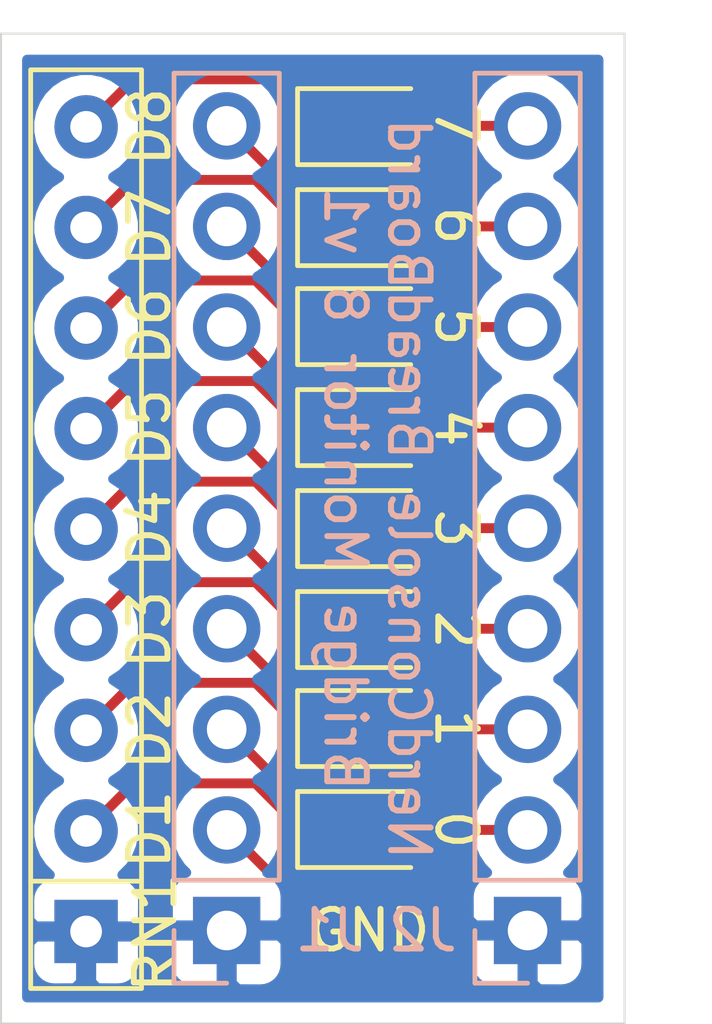
<source format=kicad_pcb>
(kicad_pcb (version 20171130) (host pcbnew "(5.1.9)-1")

  (general
    (thickness 1.6)
    (drawings 14)
    (tracks 70)
    (zones 0)
    (modules 11)
    (nets 18)
  )

  (page A4)
  (layers
    (0 F.Cu signal)
    (31 B.Cu signal)
    (32 B.Adhes user)
    (33 F.Adhes user)
    (34 B.Paste user)
    (35 F.Paste user)
    (36 B.SilkS user)
    (37 F.SilkS user)
    (38 B.Mask user)
    (39 F.Mask user)
    (40 Dwgs.User user)
    (41 Cmts.User user)
    (42 Eco1.User user)
    (43 Eco2.User user)
    (44 Edge.Cuts user)
    (45 Margin user)
    (46 B.CrtYd user)
    (47 F.CrtYd user)
    (48 B.Fab user)
    (49 F.Fab user)
  )

  (setup
    (last_trace_width 0.25)
    (user_trace_width 0.5)
    (trace_clearance 0.2)
    (zone_clearance 0.508)
    (zone_45_only no)
    (trace_min 0.2)
    (via_size 0.8)
    (via_drill 0.4)
    (via_min_size 0.4)
    (via_min_drill 0.3)
    (uvia_size 0.3)
    (uvia_drill 0.1)
    (uvias_allowed no)
    (uvia_min_size 0.2)
    (uvia_min_drill 0.1)
    (edge_width 0.05)
    (segment_width 0.2)
    (pcb_text_width 0.3)
    (pcb_text_size 1.5 1.5)
    (mod_edge_width 0.12)
    (mod_text_size 1 1)
    (mod_text_width 0.15)
    (pad_size 1.524 1.524)
    (pad_drill 0.762)
    (pad_to_mask_clearance 0)
    (aux_axis_origin 0 0)
    (visible_elements 7FFFFFFF)
    (pcbplotparams
      (layerselection 0x010fc_ffffffff)
      (usegerberextensions false)
      (usegerberattributes true)
      (usegerberadvancedattributes true)
      (creategerberjobfile true)
      (excludeedgelayer true)
      (linewidth 0.100000)
      (plotframeref false)
      (viasonmask false)
      (mode 1)
      (useauxorigin false)
      (hpglpennumber 1)
      (hpglpenspeed 20)
      (hpglpendiameter 15.000000)
      (psnegative false)
      (psa4output false)
      (plotreference true)
      (plotvalue true)
      (plotinvisibletext false)
      (padsonsilk false)
      (subtractmaskfromsilk false)
      (outputformat 1)
      (mirror false)
      (drillshape 0)
      (scaleselection 1)
      (outputdirectory "Gerber/"))
  )

  (net 0 "")
  (net 1 D0)
  (net 2 LED0)
  (net 3 LED1)
  (net 4 D1)
  (net 5 D2)
  (net 6 LED2)
  (net 7 LED3)
  (net 8 D3)
  (net 9 D4)
  (net 10 LED4)
  (net 11 LED5)
  (net 12 D5)
  (net 13 D6)
  (net 14 LED6)
  (net 15 LED7)
  (net 16 D7)
  (net 17 GND)

  (net_class Default "This is the default net class."
    (clearance 0.2)
    (trace_width 0.25)
    (via_dia 0.8)
    (via_drill 0.4)
    (uvia_dia 0.3)
    (uvia_drill 0.1)
    (add_net D0)
    (add_net D1)
    (add_net D2)
    (add_net D3)
    (add_net D4)
    (add_net D5)
    (add_net D6)
    (add_net D7)
    (add_net GND)
    (add_net LED0)
    (add_net LED1)
    (add_net LED2)
    (add_net LED3)
    (add_net LED4)
    (add_net LED5)
    (add_net LED6)
    (add_net LED7)
  )

  (module LED_SMD:LED_0805_2012Metric_Pad1.15x1.40mm_HandSolder (layer F.Cu) (tedit 5F68FEF1) (tstamp 601BB268)
    (at 99.85 95.6)
    (descr "LED SMD 0805 (2012 Metric), square (rectangular) end terminal, IPC_7351 nominal, (Body size source: https://docs.google.com/spreadsheets/d/1BsfQQcO9C6DZCsRaXUlFlo91Tg2WpOkGARC1WS5S8t0/edit?usp=sharing), generated with kicad-footprint-generator")
    (tags "LED handsolder")
    (path /601C98DA)
    (attr smd)
    (fp_text reference D1 (at -5.6 0 90) (layer F.SilkS)
      (effects (font (size 1 1) (thickness 0.15)))
    )
    (fp_text value LED (at 0 1.65) (layer F.Fab)
      (effects (font (size 1 1) (thickness 0.15)))
    )
    (fp_line (start 1.85 0.95) (end -1.85 0.95) (layer F.CrtYd) (width 0.05))
    (fp_line (start 1.85 -0.95) (end 1.85 0.95) (layer F.CrtYd) (width 0.05))
    (fp_line (start -1.85 -0.95) (end 1.85 -0.95) (layer F.CrtYd) (width 0.05))
    (fp_line (start -1.85 0.95) (end -1.85 -0.95) (layer F.CrtYd) (width 0.05))
    (fp_line (start -1.86 0.96) (end 1 0.96) (layer F.SilkS) (width 0.12))
    (fp_line (start -1.86 -0.96) (end -1.86 0.96) (layer F.SilkS) (width 0.12))
    (fp_line (start 1 -0.96) (end -1.86 -0.96) (layer F.SilkS) (width 0.12))
    (fp_line (start 1 0.6) (end 1 -0.6) (layer F.Fab) (width 0.1))
    (fp_line (start -1 0.6) (end 1 0.6) (layer F.Fab) (width 0.1))
    (fp_line (start -1 -0.3) (end -1 0.6) (layer F.Fab) (width 0.1))
    (fp_line (start -0.7 -0.6) (end -1 -0.3) (layer F.Fab) (width 0.1))
    (fp_line (start 1 -0.6) (end -0.7 -0.6) (layer F.Fab) (width 0.1))
    (fp_text user %R (at 0 0) (layer F.Fab)
      (effects (font (size 0.5 0.5) (thickness 0.08)))
    )
    (pad 2 smd roundrect (at 1.025 0) (size 1.15 1.4) (layers F.Cu F.Paste F.Mask) (roundrect_rratio 0.2173904347826087)
      (net 1 D0))
    (pad 1 smd roundrect (at -1.025 0) (size 1.15 1.4) (layers F.Cu F.Paste F.Mask) (roundrect_rratio 0.2173904347826087)
      (net 2 LED0))
    (model ${KISYS3DMOD}/LED_SMD.3dshapes/LED_0805_2012Metric.wrl
      (at (xyz 0 0 0))
      (scale (xyz 1 1 1))
      (rotate (xyz 0 0 0))
    )
  )

  (module LED_SMD:LED_0805_2012Metric_Pad1.15x1.40mm_HandSolder (layer F.Cu) (tedit 5F68FEF1) (tstamp 601BADCB)
    (at 99.85 93.05)
    (descr "LED SMD 0805 (2012 Metric), square (rectangular) end terminal, IPC_7351 nominal, (Body size source: https://docs.google.com/spreadsheets/d/1BsfQQcO9C6DZCsRaXUlFlo91Tg2WpOkGARC1WS5S8t0/edit?usp=sharing), generated with kicad-footprint-generator")
    (tags "LED handsolder")
    (path /601C98D4)
    (attr smd)
    (fp_text reference D2 (at -5.6 0.05 90) (layer F.SilkS)
      (effects (font (size 1 1) (thickness 0.15)))
    )
    (fp_text value LED (at 0 1.65) (layer F.Fab)
      (effects (font (size 1 1) (thickness 0.15)))
    )
    (fp_line (start 1 -0.6) (end -0.7 -0.6) (layer F.Fab) (width 0.1))
    (fp_line (start -0.7 -0.6) (end -1 -0.3) (layer F.Fab) (width 0.1))
    (fp_line (start -1 -0.3) (end -1 0.6) (layer F.Fab) (width 0.1))
    (fp_line (start -1 0.6) (end 1 0.6) (layer F.Fab) (width 0.1))
    (fp_line (start 1 0.6) (end 1 -0.6) (layer F.Fab) (width 0.1))
    (fp_line (start 1 -0.96) (end -1.86 -0.96) (layer F.SilkS) (width 0.12))
    (fp_line (start -1.86 -0.96) (end -1.86 0.96) (layer F.SilkS) (width 0.12))
    (fp_line (start -1.86 0.96) (end 1 0.96) (layer F.SilkS) (width 0.12))
    (fp_line (start -1.85 0.95) (end -1.85 -0.95) (layer F.CrtYd) (width 0.05))
    (fp_line (start -1.85 -0.95) (end 1.85 -0.95) (layer F.CrtYd) (width 0.05))
    (fp_line (start 1.85 -0.95) (end 1.85 0.95) (layer F.CrtYd) (width 0.05))
    (fp_line (start 1.85 0.95) (end -1.85 0.95) (layer F.CrtYd) (width 0.05))
    (fp_text user %R (at 0 0) (layer F.Fab)
      (effects (font (size 0.5 0.5) (thickness 0.08)))
    )
    (pad 1 smd roundrect (at -1.025 0) (size 1.15 1.4) (layers F.Cu F.Paste F.Mask) (roundrect_rratio 0.2173904347826087)
      (net 3 LED1))
    (pad 2 smd roundrect (at 1.025 0) (size 1.15 1.4) (layers F.Cu F.Paste F.Mask) (roundrect_rratio 0.2173904347826087)
      (net 4 D1))
    (model ${KISYS3DMOD}/LED_SMD.3dshapes/LED_0805_2012Metric.wrl
      (at (xyz 0 0 0))
      (scale (xyz 1 1 1))
      (rotate (xyz 0 0 0))
    )
  )

  (module LED_SMD:LED_0805_2012Metric_Pad1.15x1.40mm_HandSolder (layer F.Cu) (tedit 5F68FEF1) (tstamp 601BADDE)
    (at 99.85 90.55)
    (descr "LED SMD 0805 (2012 Metric), square (rectangular) end terminal, IPC_7351 nominal, (Body size source: https://docs.google.com/spreadsheets/d/1BsfQQcO9C6DZCsRaXUlFlo91Tg2WpOkGARC1WS5S8t0/edit?usp=sharing), generated with kicad-footprint-generator")
    (tags "LED handsolder")
    (path /601C8D90)
    (attr smd)
    (fp_text reference D3 (at -5.6 0 90) (layer F.SilkS)
      (effects (font (size 1 1) (thickness 0.15)))
    )
    (fp_text value LED (at 0 1.65) (layer F.Fab)
      (effects (font (size 1 1) (thickness 0.15)))
    )
    (fp_line (start 1.85 0.95) (end -1.85 0.95) (layer F.CrtYd) (width 0.05))
    (fp_line (start 1.85 -0.95) (end 1.85 0.95) (layer F.CrtYd) (width 0.05))
    (fp_line (start -1.85 -0.95) (end 1.85 -0.95) (layer F.CrtYd) (width 0.05))
    (fp_line (start -1.85 0.95) (end -1.85 -0.95) (layer F.CrtYd) (width 0.05))
    (fp_line (start -1.86 0.96) (end 1 0.96) (layer F.SilkS) (width 0.12))
    (fp_line (start -1.86 -0.96) (end -1.86 0.96) (layer F.SilkS) (width 0.12))
    (fp_line (start 1 -0.96) (end -1.86 -0.96) (layer F.SilkS) (width 0.12))
    (fp_line (start 1 0.6) (end 1 -0.6) (layer F.Fab) (width 0.1))
    (fp_line (start -1 0.6) (end 1 0.6) (layer F.Fab) (width 0.1))
    (fp_line (start -1 -0.3) (end -1 0.6) (layer F.Fab) (width 0.1))
    (fp_line (start -0.7 -0.6) (end -1 -0.3) (layer F.Fab) (width 0.1))
    (fp_line (start 1 -0.6) (end -0.7 -0.6) (layer F.Fab) (width 0.1))
    (fp_text user %R (at 0 0) (layer F.Fab)
      (effects (font (size 0.5 0.5) (thickness 0.08)))
    )
    (pad 2 smd roundrect (at 1.025 0) (size 1.15 1.4) (layers F.Cu F.Paste F.Mask) (roundrect_rratio 0.2173904347826087)
      (net 5 D2))
    (pad 1 smd roundrect (at -1.025 0) (size 1.15 1.4) (layers F.Cu F.Paste F.Mask) (roundrect_rratio 0.2173904347826087)
      (net 6 LED2))
    (model ${KISYS3DMOD}/LED_SMD.3dshapes/LED_0805_2012Metric.wrl
      (at (xyz 0 0 0))
      (scale (xyz 1 1 1))
      (rotate (xyz 0 0 0))
    )
  )

  (module LED_SMD:LED_0805_2012Metric_Pad1.15x1.40mm_HandSolder (layer F.Cu) (tedit 5F68FEF1) (tstamp 601BADF1)
    (at 99.85 88)
    (descr "LED SMD 0805 (2012 Metric), square (rectangular) end terminal, IPC_7351 nominal, (Body size source: https://docs.google.com/spreadsheets/d/1BsfQQcO9C6DZCsRaXUlFlo91Tg2WpOkGARC1WS5S8t0/edit?usp=sharing), generated with kicad-footprint-generator")
    (tags "LED handsolder")
    (path /601C8D8A)
    (attr smd)
    (fp_text reference D4 (at -5.6 0 90) (layer F.SilkS)
      (effects (font (size 1 1) (thickness 0.15)))
    )
    (fp_text value LED (at 0 1.65) (layer F.Fab)
      (effects (font (size 1 1) (thickness 0.15)))
    )
    (fp_line (start 1 -0.6) (end -0.7 -0.6) (layer F.Fab) (width 0.1))
    (fp_line (start -0.7 -0.6) (end -1 -0.3) (layer F.Fab) (width 0.1))
    (fp_line (start -1 -0.3) (end -1 0.6) (layer F.Fab) (width 0.1))
    (fp_line (start -1 0.6) (end 1 0.6) (layer F.Fab) (width 0.1))
    (fp_line (start 1 0.6) (end 1 -0.6) (layer F.Fab) (width 0.1))
    (fp_line (start 1 -0.96) (end -1.86 -0.96) (layer F.SilkS) (width 0.12))
    (fp_line (start -1.86 -0.96) (end -1.86 0.96) (layer F.SilkS) (width 0.12))
    (fp_line (start -1.86 0.96) (end 1 0.96) (layer F.SilkS) (width 0.12))
    (fp_line (start -1.85 0.95) (end -1.85 -0.95) (layer F.CrtYd) (width 0.05))
    (fp_line (start -1.85 -0.95) (end 1.85 -0.95) (layer F.CrtYd) (width 0.05))
    (fp_line (start 1.85 -0.95) (end 1.85 0.95) (layer F.CrtYd) (width 0.05))
    (fp_line (start 1.85 0.95) (end -1.85 0.95) (layer F.CrtYd) (width 0.05))
    (fp_text user %R (at 0 0) (layer F.Fab)
      (effects (font (size 0.5 0.5) (thickness 0.08)))
    )
    (pad 1 smd roundrect (at -1.025 0) (size 1.15 1.4) (layers F.Cu F.Paste F.Mask) (roundrect_rratio 0.2173904347826087)
      (net 7 LED3))
    (pad 2 smd roundrect (at 1.025 0) (size 1.15 1.4) (layers F.Cu F.Paste F.Mask) (roundrect_rratio 0.2173904347826087)
      (net 8 D3))
    (model ${KISYS3DMOD}/LED_SMD.3dshapes/LED_0805_2012Metric.wrl
      (at (xyz 0 0 0))
      (scale (xyz 1 1 1))
      (rotate (xyz 0 0 0))
    )
  )

  (module LED_SMD:LED_0805_2012Metric_Pad1.15x1.40mm_HandSolder (layer F.Cu) (tedit 5F68FEF1) (tstamp 601BAE04)
    (at 99.85 85.45)
    (descr "LED SMD 0805 (2012 Metric), square (rectangular) end terminal, IPC_7351 nominal, (Body size source: https://docs.google.com/spreadsheets/d/1BsfQQcO9C6DZCsRaXUlFlo91Tg2WpOkGARC1WS5S8t0/edit?usp=sharing), generated with kicad-footprint-generator")
    (tags "LED handsolder")
    (path /601C8506)
    (attr smd)
    (fp_text reference D5 (at -5.6 0 90) (layer F.SilkS)
      (effects (font (size 1 1) (thickness 0.15)))
    )
    (fp_text value LED (at 0 1.65) (layer F.Fab)
      (effects (font (size 1 1) (thickness 0.15)))
    )
    (fp_line (start 1.85 0.95) (end -1.85 0.95) (layer F.CrtYd) (width 0.05))
    (fp_line (start 1.85 -0.95) (end 1.85 0.95) (layer F.CrtYd) (width 0.05))
    (fp_line (start -1.85 -0.95) (end 1.85 -0.95) (layer F.CrtYd) (width 0.05))
    (fp_line (start -1.85 0.95) (end -1.85 -0.95) (layer F.CrtYd) (width 0.05))
    (fp_line (start -1.86 0.96) (end 1 0.96) (layer F.SilkS) (width 0.12))
    (fp_line (start -1.86 -0.96) (end -1.86 0.96) (layer F.SilkS) (width 0.12))
    (fp_line (start 1 -0.96) (end -1.86 -0.96) (layer F.SilkS) (width 0.12))
    (fp_line (start 1 0.6) (end 1 -0.6) (layer F.Fab) (width 0.1))
    (fp_line (start -1 0.6) (end 1 0.6) (layer F.Fab) (width 0.1))
    (fp_line (start -1 -0.3) (end -1 0.6) (layer F.Fab) (width 0.1))
    (fp_line (start -0.7 -0.6) (end -1 -0.3) (layer F.Fab) (width 0.1))
    (fp_line (start 1 -0.6) (end -0.7 -0.6) (layer F.Fab) (width 0.1))
    (fp_text user %R (at 0 0) (layer F.Fab)
      (effects (font (size 0.5 0.5) (thickness 0.08)))
    )
    (pad 2 smd roundrect (at 1.025 0) (size 1.15 1.4) (layers F.Cu F.Paste F.Mask) (roundrect_rratio 0.2173904347826087)
      (net 9 D4))
    (pad 1 smd roundrect (at -1.025 0) (size 1.15 1.4) (layers F.Cu F.Paste F.Mask) (roundrect_rratio 0.2173904347826087)
      (net 10 LED4))
    (model ${KISYS3DMOD}/LED_SMD.3dshapes/LED_0805_2012Metric.wrl
      (at (xyz 0 0 0))
      (scale (xyz 1 1 1))
      (rotate (xyz 0 0 0))
    )
  )

  (module LED_SMD:LED_0805_2012Metric_Pad1.15x1.40mm_HandSolder (layer F.Cu) (tedit 5F68FEF1) (tstamp 601BAE17)
    (at 99.85 82.9)
    (descr "LED SMD 0805 (2012 Metric), square (rectangular) end terminal, IPC_7351 nominal, (Body size source: https://docs.google.com/spreadsheets/d/1BsfQQcO9C6DZCsRaXUlFlo91Tg2WpOkGARC1WS5S8t0/edit?usp=sharing), generated with kicad-footprint-generator")
    (tags "LED handsolder")
    (path /601C8500)
    (attr smd)
    (fp_text reference D6 (at -5.6 0 90) (layer F.SilkS)
      (effects (font (size 1 1) (thickness 0.15)))
    )
    (fp_text value LED (at 0 1.65) (layer F.Fab)
      (effects (font (size 1 1) (thickness 0.15)))
    )
    (fp_line (start 1 -0.6) (end -0.7 -0.6) (layer F.Fab) (width 0.1))
    (fp_line (start -0.7 -0.6) (end -1 -0.3) (layer F.Fab) (width 0.1))
    (fp_line (start -1 -0.3) (end -1 0.6) (layer F.Fab) (width 0.1))
    (fp_line (start -1 0.6) (end 1 0.6) (layer F.Fab) (width 0.1))
    (fp_line (start 1 0.6) (end 1 -0.6) (layer F.Fab) (width 0.1))
    (fp_line (start 1 -0.96) (end -1.86 -0.96) (layer F.SilkS) (width 0.12))
    (fp_line (start -1.86 -0.96) (end -1.86 0.96) (layer F.SilkS) (width 0.12))
    (fp_line (start -1.86 0.96) (end 1 0.96) (layer F.SilkS) (width 0.12))
    (fp_line (start -1.85 0.95) (end -1.85 -0.95) (layer F.CrtYd) (width 0.05))
    (fp_line (start -1.85 -0.95) (end 1.85 -0.95) (layer F.CrtYd) (width 0.05))
    (fp_line (start 1.85 -0.95) (end 1.85 0.95) (layer F.CrtYd) (width 0.05))
    (fp_line (start 1.85 0.95) (end -1.85 0.95) (layer F.CrtYd) (width 0.05))
    (fp_text user %R (at 0 0) (layer F.Fab)
      (effects (font (size 0.5 0.5) (thickness 0.08)))
    )
    (pad 1 smd roundrect (at -1.025 0) (size 1.15 1.4) (layers F.Cu F.Paste F.Mask) (roundrect_rratio 0.2173904347826087)
      (net 11 LED5))
    (pad 2 smd roundrect (at 1.025 0) (size 1.15 1.4) (layers F.Cu F.Paste F.Mask) (roundrect_rratio 0.2173904347826087)
      (net 12 D5))
    (model ${KISYS3DMOD}/LED_SMD.3dshapes/LED_0805_2012Metric.wrl
      (at (xyz 0 0 0))
      (scale (xyz 1 1 1))
      (rotate (xyz 0 0 0))
    )
  )

  (module LED_SMD:LED_0805_2012Metric_Pad1.15x1.40mm_HandSolder (layer F.Cu) (tedit 5F68FEF1) (tstamp 601BAE2A)
    (at 99.85 80.4)
    (descr "LED SMD 0805 (2012 Metric), square (rectangular) end terminal, IPC_7351 nominal, (Body size source: https://docs.google.com/spreadsheets/d/1BsfQQcO9C6DZCsRaXUlFlo91Tg2WpOkGARC1WS5S8t0/edit?usp=sharing), generated with kicad-footprint-generator")
    (tags "LED handsolder")
    (path /601C7509)
    (attr smd)
    (fp_text reference D7 (at -5.6 0 90) (layer F.SilkS)
      (effects (font (size 1 1) (thickness 0.15)))
    )
    (fp_text value LED (at 0 1.65) (layer F.Fab)
      (effects (font (size 1 1) (thickness 0.15)))
    )
    (fp_line (start 1.85 0.95) (end -1.85 0.95) (layer F.CrtYd) (width 0.05))
    (fp_line (start 1.85 -0.95) (end 1.85 0.95) (layer F.CrtYd) (width 0.05))
    (fp_line (start -1.85 -0.95) (end 1.85 -0.95) (layer F.CrtYd) (width 0.05))
    (fp_line (start -1.85 0.95) (end -1.85 -0.95) (layer F.CrtYd) (width 0.05))
    (fp_line (start -1.86 0.96) (end 1 0.96) (layer F.SilkS) (width 0.12))
    (fp_line (start -1.86 -0.96) (end -1.86 0.96) (layer F.SilkS) (width 0.12))
    (fp_line (start 1 -0.96) (end -1.86 -0.96) (layer F.SilkS) (width 0.12))
    (fp_line (start 1 0.6) (end 1 -0.6) (layer F.Fab) (width 0.1))
    (fp_line (start -1 0.6) (end 1 0.6) (layer F.Fab) (width 0.1))
    (fp_line (start -1 -0.3) (end -1 0.6) (layer F.Fab) (width 0.1))
    (fp_line (start -0.7 -0.6) (end -1 -0.3) (layer F.Fab) (width 0.1))
    (fp_line (start 1 -0.6) (end -0.7 -0.6) (layer F.Fab) (width 0.1))
    (fp_text user %R (at 0 0) (layer F.Fab)
      (effects (font (size 0.5 0.5) (thickness 0.08)))
    )
    (pad 2 smd roundrect (at 1.025 0) (size 1.15 1.4) (layers F.Cu F.Paste F.Mask) (roundrect_rratio 0.2173904347826087)
      (net 13 D6))
    (pad 1 smd roundrect (at -1.025 0) (size 1.15 1.4) (layers F.Cu F.Paste F.Mask) (roundrect_rratio 0.2173904347826087)
      (net 14 LED6))
    (model ${KISYS3DMOD}/LED_SMD.3dshapes/LED_0805_2012Metric.wrl
      (at (xyz 0 0 0))
      (scale (xyz 1 1 1))
      (rotate (xyz 0 0 0))
    )
  )

  (module LED_SMD:LED_0805_2012Metric_Pad1.15x1.40mm_HandSolder (layer F.Cu) (tedit 5F68FEF1) (tstamp 601BAE3D)
    (at 99.85 77.85)
    (descr "LED SMD 0805 (2012 Metric), square (rectangular) end terminal, IPC_7351 nominal, (Body size source: https://docs.google.com/spreadsheets/d/1BsfQQcO9C6DZCsRaXUlFlo91Tg2WpOkGARC1WS5S8t0/edit?usp=sharing), generated with kicad-footprint-generator")
    (tags "LED handsolder")
    (path /601C6EE7)
    (attr smd)
    (fp_text reference D8 (at -5.6 0 90) (layer F.SilkS)
      (effects (font (size 1 1) (thickness 0.15)))
    )
    (fp_text value LED (at 0 1.65) (layer F.Fab)
      (effects (font (size 1 1) (thickness 0.15)))
    )
    (fp_line (start 1 -0.6) (end -0.7 -0.6) (layer F.Fab) (width 0.1))
    (fp_line (start -0.7 -0.6) (end -1 -0.3) (layer F.Fab) (width 0.1))
    (fp_line (start -1 -0.3) (end -1 0.6) (layer F.Fab) (width 0.1))
    (fp_line (start -1 0.6) (end 1 0.6) (layer F.Fab) (width 0.1))
    (fp_line (start 1 0.6) (end 1 -0.6) (layer F.Fab) (width 0.1))
    (fp_line (start 1 -0.96) (end -1.86 -0.96) (layer F.SilkS) (width 0.12))
    (fp_line (start -1.86 -0.96) (end -1.86 0.96) (layer F.SilkS) (width 0.12))
    (fp_line (start -1.86 0.96) (end 1 0.96) (layer F.SilkS) (width 0.12))
    (fp_line (start -1.85 0.95) (end -1.85 -0.95) (layer F.CrtYd) (width 0.05))
    (fp_line (start -1.85 -0.95) (end 1.85 -0.95) (layer F.CrtYd) (width 0.05))
    (fp_line (start 1.85 -0.95) (end 1.85 0.95) (layer F.CrtYd) (width 0.05))
    (fp_line (start 1.85 0.95) (end -1.85 0.95) (layer F.CrtYd) (width 0.05))
    (fp_text user %R (at 0 0) (layer F.Fab)
      (effects (font (size 0.5 0.5) (thickness 0.08)))
    )
    (pad 1 smd roundrect (at -1.025 0) (size 1.15 1.4) (layers F.Cu F.Paste F.Mask) (roundrect_rratio 0.2173904347826087)
      (net 15 LED7))
    (pad 2 smd roundrect (at 1.025 0) (size 1.15 1.4) (layers F.Cu F.Paste F.Mask) (roundrect_rratio 0.2173904347826087)
      (net 16 D7))
    (model ${KISYS3DMOD}/LED_SMD.3dshapes/LED_0805_2012Metric.wrl
      (at (xyz 0 0 0))
      (scale (xyz 1 1 1))
      (rotate (xyz 0 0 0))
    )
  )

  (module Connector_PinHeader_2.54mm:PinHeader_1x09_P2.54mm_Vertical (layer B.Cu) (tedit 59FED5CC) (tstamp 601BAE5A)
    (at 96.2 98.15)
    (descr "Through hole straight pin header, 1x09, 2.54mm pitch, single row")
    (tags "Through hole pin header THT 1x09 2.54mm single row")
    (path /601BFF2C)
    (fp_text reference J1 (at 2.6 0) (layer B.SilkS)
      (effects (font (size 1 1) (thickness 0.15)) (justify mirror))
    )
    (fp_text value Conn_01x09 (at 0 -22.65) (layer B.Fab)
      (effects (font (size 1 1) (thickness 0.15)) (justify mirror))
    )
    (fp_line (start 1.8 1.8) (end -1.8 1.8) (layer B.CrtYd) (width 0.05))
    (fp_line (start 1.8 -22.1) (end 1.8 1.8) (layer B.CrtYd) (width 0.05))
    (fp_line (start -1.8 -22.1) (end 1.8 -22.1) (layer B.CrtYd) (width 0.05))
    (fp_line (start -1.8 1.8) (end -1.8 -22.1) (layer B.CrtYd) (width 0.05))
    (fp_line (start -1.33 1.33) (end 0 1.33) (layer B.SilkS) (width 0.12))
    (fp_line (start -1.33 0) (end -1.33 1.33) (layer B.SilkS) (width 0.12))
    (fp_line (start -1.33 -1.27) (end 1.33 -1.27) (layer B.SilkS) (width 0.12))
    (fp_line (start 1.33 -1.27) (end 1.33 -21.65) (layer B.SilkS) (width 0.12))
    (fp_line (start -1.33 -1.27) (end -1.33 -21.65) (layer B.SilkS) (width 0.12))
    (fp_line (start -1.33 -21.65) (end 1.33 -21.65) (layer B.SilkS) (width 0.12))
    (fp_line (start -1.27 0.635) (end -0.635 1.27) (layer B.Fab) (width 0.1))
    (fp_line (start -1.27 -21.59) (end -1.27 0.635) (layer B.Fab) (width 0.1))
    (fp_line (start 1.27 -21.59) (end -1.27 -21.59) (layer B.Fab) (width 0.1))
    (fp_line (start 1.27 1.27) (end 1.27 -21.59) (layer B.Fab) (width 0.1))
    (fp_line (start -0.635 1.27) (end 1.27 1.27) (layer B.Fab) (width 0.1))
    (fp_text user %R (at 0 -10.16 -90) (layer B.Fab)
      (effects (font (size 1 1) (thickness 0.15)) (justify mirror))
    )
    (pad 9 thru_hole oval (at 0 -20.32) (size 1.7 1.7) (drill 1) (layers *.Cu *.Mask)
      (net 16 D7))
    (pad 8 thru_hole oval (at 0 -17.78) (size 1.7 1.7) (drill 1) (layers *.Cu *.Mask)
      (net 13 D6))
    (pad 7 thru_hole oval (at 0 -15.24) (size 1.7 1.7) (drill 1) (layers *.Cu *.Mask)
      (net 12 D5))
    (pad 6 thru_hole oval (at 0 -12.7) (size 1.7 1.7) (drill 1) (layers *.Cu *.Mask)
      (net 9 D4))
    (pad 5 thru_hole oval (at 0 -10.16) (size 1.7 1.7) (drill 1) (layers *.Cu *.Mask)
      (net 8 D3))
    (pad 4 thru_hole oval (at 0 -7.62) (size 1.7 1.7) (drill 1) (layers *.Cu *.Mask)
      (net 5 D2))
    (pad 3 thru_hole oval (at 0 -5.08) (size 1.7 1.7) (drill 1) (layers *.Cu *.Mask)
      (net 4 D1))
    (pad 2 thru_hole oval (at 0 -2.54) (size 1.7 1.7) (drill 1) (layers *.Cu *.Mask)
      (net 1 D0))
    (pad 1 thru_hole rect (at 0 0) (size 1.7 1.7) (drill 1) (layers *.Cu *.Mask)
      (net 17 GND))
    (model ${KISYS3DMOD}/Connector_PinHeader_2.54mm.3dshapes/PinHeader_1x09_P2.54mm_Vertical.wrl
      (at (xyz 0 0 0))
      (scale (xyz 1 1 1))
      (rotate (xyz 0 0 0))
    )
  )

  (module Connector_PinHeader_2.54mm:PinHeader_1x09_P2.54mm_Vertical (layer B.Cu) (tedit 59FED5CC) (tstamp 601BAE77)
    (at 103.8 98.15)
    (descr "Through hole straight pin header, 1x09, 2.54mm pitch, single row")
    (tags "Through hole pin header THT 1x09 2.54mm single row")
    (path /601BF5DC)
    (fp_text reference J2 (at -2.65 0) (layer B.SilkS)
      (effects (font (size 1 1) (thickness 0.15)) (justify mirror))
    )
    (fp_text value Conn_01x09 (at 0 -22.65) (layer B.Fab)
      (effects (font (size 1 1) (thickness 0.15)) (justify mirror))
    )
    (fp_line (start -0.635 1.27) (end 1.27 1.27) (layer B.Fab) (width 0.1))
    (fp_line (start 1.27 1.27) (end 1.27 -21.59) (layer B.Fab) (width 0.1))
    (fp_line (start 1.27 -21.59) (end -1.27 -21.59) (layer B.Fab) (width 0.1))
    (fp_line (start -1.27 -21.59) (end -1.27 0.635) (layer B.Fab) (width 0.1))
    (fp_line (start -1.27 0.635) (end -0.635 1.27) (layer B.Fab) (width 0.1))
    (fp_line (start -1.33 -21.65) (end 1.33 -21.65) (layer B.SilkS) (width 0.12))
    (fp_line (start -1.33 -1.27) (end -1.33 -21.65) (layer B.SilkS) (width 0.12))
    (fp_line (start 1.33 -1.27) (end 1.33 -21.65) (layer B.SilkS) (width 0.12))
    (fp_line (start -1.33 -1.27) (end 1.33 -1.27) (layer B.SilkS) (width 0.12))
    (fp_line (start -1.33 0) (end -1.33 1.33) (layer B.SilkS) (width 0.12))
    (fp_line (start -1.33 1.33) (end 0 1.33) (layer B.SilkS) (width 0.12))
    (fp_line (start -1.8 1.8) (end -1.8 -22.1) (layer B.CrtYd) (width 0.05))
    (fp_line (start -1.8 -22.1) (end 1.8 -22.1) (layer B.CrtYd) (width 0.05))
    (fp_line (start 1.8 -22.1) (end 1.8 1.8) (layer B.CrtYd) (width 0.05))
    (fp_line (start 1.8 1.8) (end -1.8 1.8) (layer B.CrtYd) (width 0.05))
    (fp_text user %R (at 0 -10.16 -90) (layer B.Fab)
      (effects (font (size 1 1) (thickness 0.15)) (justify mirror))
    )
    (pad 1 thru_hole rect (at 0 0) (size 1.7 1.7) (drill 1) (layers *.Cu *.Mask)
      (net 17 GND))
    (pad 2 thru_hole oval (at 0 -2.54) (size 1.7 1.7) (drill 1) (layers *.Cu *.Mask)
      (net 1 D0))
    (pad 3 thru_hole oval (at 0 -5.08) (size 1.7 1.7) (drill 1) (layers *.Cu *.Mask)
      (net 4 D1))
    (pad 4 thru_hole oval (at 0 -7.62) (size 1.7 1.7) (drill 1) (layers *.Cu *.Mask)
      (net 5 D2))
    (pad 5 thru_hole oval (at 0 -10.16) (size 1.7 1.7) (drill 1) (layers *.Cu *.Mask)
      (net 8 D3))
    (pad 6 thru_hole oval (at 0 -12.7) (size 1.7 1.7) (drill 1) (layers *.Cu *.Mask)
      (net 9 D4))
    (pad 7 thru_hole oval (at 0 -15.24) (size 1.7 1.7) (drill 1) (layers *.Cu *.Mask)
      (net 12 D5))
    (pad 8 thru_hole oval (at 0 -17.78) (size 1.7 1.7) (drill 1) (layers *.Cu *.Mask)
      (net 13 D6))
    (pad 9 thru_hole oval (at 0 -20.32) (size 1.7 1.7) (drill 1) (layers *.Cu *.Mask)
      (net 16 D7))
    (model ${KISYS3DMOD}/Connector_PinHeader_2.54mm.3dshapes/PinHeader_1x09_P2.54mm_Vertical.wrl
      (at (xyz 0 0 0))
      (scale (xyz 1 1 1))
      (rotate (xyz 0 0 0))
    )
  )

  (module Resistor_THT:R_Array_SIP9 (layer F.Cu) (tedit 5A14249F) (tstamp 601BAE93)
    (at 92.65 98.175 90)
    (descr "9-pin Resistor SIP pack")
    (tags R)
    (path /601C2C63)
    (fp_text reference RN1 (at -0.025 1.75 90) (layer F.SilkS)
      (effects (font (size 1 1) (thickness 0.15)))
    )
    (fp_text value 1K (at 11.43 2.4 90) (layer F.Fab)
      (effects (font (size 1 1) (thickness 0.15)))
    )
    (fp_line (start -1.29 -1.25) (end -1.29 1.25) (layer F.Fab) (width 0.1))
    (fp_line (start -1.29 1.25) (end 21.61 1.25) (layer F.Fab) (width 0.1))
    (fp_line (start 21.61 1.25) (end 21.61 -1.25) (layer F.Fab) (width 0.1))
    (fp_line (start 21.61 -1.25) (end -1.29 -1.25) (layer F.Fab) (width 0.1))
    (fp_line (start 1.27 -1.25) (end 1.27 1.25) (layer F.Fab) (width 0.1))
    (fp_line (start -1.44 -1.4) (end -1.44 1.4) (layer F.SilkS) (width 0.12))
    (fp_line (start -1.44 1.4) (end 21.76 1.4) (layer F.SilkS) (width 0.12))
    (fp_line (start 21.76 1.4) (end 21.76 -1.4) (layer F.SilkS) (width 0.12))
    (fp_line (start 21.76 -1.4) (end -1.44 -1.4) (layer F.SilkS) (width 0.12))
    (fp_line (start 1.27 -1.4) (end 1.27 1.4) (layer F.SilkS) (width 0.12))
    (fp_line (start -1.7 -1.65) (end -1.7 1.65) (layer F.CrtYd) (width 0.05))
    (fp_line (start -1.7 1.65) (end 22.05 1.65) (layer F.CrtYd) (width 0.05))
    (fp_line (start 22.05 1.65) (end 22.05 -1.65) (layer F.CrtYd) (width 0.05))
    (fp_line (start 22.05 -1.65) (end -1.7 -1.65) (layer F.CrtYd) (width 0.05))
    (fp_text user %R (at 10.16 0 90) (layer F.Fab)
      (effects (font (size 1 1) (thickness 0.15)))
    )
    (pad 1 thru_hole rect (at 0 0 90) (size 1.6 1.6) (drill 0.8) (layers *.Cu *.Mask)
      (net 17 GND))
    (pad 2 thru_hole oval (at 2.54 0 90) (size 1.6 1.6) (drill 0.8) (layers *.Cu *.Mask)
      (net 2 LED0))
    (pad 3 thru_hole oval (at 5.08 0 90) (size 1.6 1.6) (drill 0.8) (layers *.Cu *.Mask)
      (net 3 LED1))
    (pad 4 thru_hole oval (at 7.62 0 90) (size 1.6 1.6) (drill 0.8) (layers *.Cu *.Mask)
      (net 6 LED2))
    (pad 5 thru_hole oval (at 10.16 0 90) (size 1.6 1.6) (drill 0.8) (layers *.Cu *.Mask)
      (net 7 LED3))
    (pad 6 thru_hole oval (at 12.7 0 90) (size 1.6 1.6) (drill 0.8) (layers *.Cu *.Mask)
      (net 10 LED4))
    (pad 7 thru_hole oval (at 15.24 0 90) (size 1.6 1.6) (drill 0.8) (layers *.Cu *.Mask)
      (net 11 LED5))
    (pad 8 thru_hole oval (at 17.78 0 90) (size 1.6 1.6) (drill 0.8) (layers *.Cu *.Mask)
      (net 14 LED6))
    (pad 9 thru_hole oval (at 20.32 0 90) (size 1.6 1.6) (drill 0.8) (layers *.Cu *.Mask)
      (net 15 LED7))
    (model ${KISYS3DMOD}/Resistor_THT.3dshapes/R_Array_SIP9.wrl
      (at (xyz 0 0 0))
      (scale (xyz 1 1 1))
      (rotate (xyz 0 0 0))
    )
  )

  (gr_text "NerdConsole BreadBoard\nBridge Monitor 8 v1" (at 100 87 270) (layer B.SilkS)
    (effects (font (size 1 1) (thickness 0.15)) (justify mirror))
  )
  (gr_line (start 90.5 100.5) (end 90.5 75.5) (layer Edge.Cuts) (width 0.05) (tstamp 601BC119))
  (gr_line (start 106.25 100.5) (end 90.5 100.5) (layer Edge.Cuts) (width 0.05))
  (gr_line (start 106.25 75.5) (end 106.25 100.5) (layer Edge.Cuts) (width 0.05))
  (gr_line (start 90.5 75.5) (end 106.25 75.5) (layer Edge.Cuts) (width 0.05))
  (gr_text 7 (at 102 77.8 270) (layer F.SilkS)
    (effects (font (size 1 1) (thickness 0.15)))
  )
  (gr_text 6 (at 102 80.35 270) (layer F.SilkS)
    (effects (font (size 1 1) (thickness 0.15)))
  )
  (gr_text 5 (at 102 82.9 270) (layer F.SilkS)
    (effects (font (size 1 1) (thickness 0.15)))
  )
  (gr_text 4 (at 102 85.45 270) (layer F.SilkS)
    (effects (font (size 1 1) (thickness 0.15)))
  )
  (gr_text 3 (at 102 88 270) (layer F.SilkS)
    (effects (font (size 1 1) (thickness 0.15)))
  )
  (gr_text 2 (at 102 90.55 270) (layer F.SilkS)
    (effects (font (size 1 1) (thickness 0.15)))
  )
  (gr_text 1 (at 102 93.05 270) (layer F.SilkS)
    (effects (font (size 1 1) (thickness 0.15)))
  )
  (gr_text 0 (at 102 95.6 270) (layer F.SilkS)
    (effects (font (size 1 1) (thickness 0.15)))
  )
  (gr_text GND (at 99.8 98.15) (layer F.SilkS)
    (effects (font (size 1 1) (thickness 0.15)))
  )

  (segment (start 100.885 95.61) (end 100.875 95.6) (width 0.25) (layer F.Cu) (net 1))
  (segment (start 103.8 95.61) (end 100.885 95.61) (width 0.25) (layer F.Cu) (net 1))
  (segment (start 99.84999 96.62501) (end 100.875 95.6) (width 0.25) (layer F.Cu) (net 1))
  (segment (start 97.21501 96.62501) (end 99.84999 96.62501) (width 0.25) (layer F.Cu) (net 1))
  (segment (start 96.2 95.61) (end 97.21501 96.62501) (width 0.25) (layer F.Cu) (net 1))
  (segment (start 98.09359 95.6) (end 98.825 95.6) (width 0.25) (layer F.Cu) (net 2))
  (segment (start 96.928589 94.434999) (end 98.09359 95.6) (width 0.25) (layer F.Cu) (net 2))
  (segment (start 93.850001 94.434999) (end 96.928589 94.434999) (width 0.25) (layer F.Cu) (net 2))
  (segment (start 92.65 95.635) (end 93.850001 94.434999) (width 0.25) (layer F.Cu) (net 2))
  (segment (start 98.08359 93.05) (end 98.825 93.05) (width 0.25) (layer F.Cu) (net 3))
  (segment (start 96.928589 91.894999) (end 98.08359 93.05) (width 0.25) (layer F.Cu) (net 3))
  (segment (start 93.850001 91.894999) (end 96.928589 91.894999) (width 0.25) (layer F.Cu) (net 3))
  (segment (start 92.65 93.095) (end 93.850001 91.894999) (width 0.25) (layer F.Cu) (net 3))
  (segment (start 100.895 93.07) (end 100.875 93.05) (width 0.25) (layer F.Cu) (net 4))
  (segment (start 103.8 93.07) (end 100.895 93.07) (width 0.25) (layer F.Cu) (net 4))
  (segment (start 99.84999 94.07501) (end 100.875 93.05) (width 0.25) (layer F.Cu) (net 4))
  (segment (start 97.20501 94.07501) (end 99.84999 94.07501) (width 0.25) (layer F.Cu) (net 4))
  (segment (start 96.2 93.07) (end 97.20501 94.07501) (width 0.25) (layer F.Cu) (net 4))
  (segment (start 100.895 90.53) (end 100.875 90.55) (width 0.25) (layer F.Cu) (net 5))
  (segment (start 103.8 90.53) (end 100.895 90.53) (width 0.25) (layer F.Cu) (net 5))
  (segment (start 99.84999 91.57501) (end 100.875 90.55) (width 0.25) (layer F.Cu) (net 5))
  (segment (start 97.24501 91.57501) (end 99.84999 91.57501) (width 0.25) (layer F.Cu) (net 5))
  (segment (start 96.2 90.53) (end 97.24501 91.57501) (width 0.25) (layer F.Cu) (net 5))
  (segment (start 98.12359 90.55) (end 98.825 90.55) (width 0.25) (layer F.Cu) (net 6))
  (segment (start 96.928589 89.354999) (end 98.12359 90.55) (width 0.25) (layer F.Cu) (net 6))
  (segment (start 93.850001 89.354999) (end 96.928589 89.354999) (width 0.25) (layer F.Cu) (net 6))
  (segment (start 92.65 90.555) (end 93.850001 89.354999) (width 0.25) (layer F.Cu) (net 6))
  (segment (start 96.928589 86.814999) (end 98.11359 88) (width 0.25) (layer F.Cu) (net 7))
  (segment (start 93.850001 86.814999) (end 96.928589 86.814999) (width 0.25) (layer F.Cu) (net 7))
  (segment (start 98.11359 88) (end 98.825 88) (width 0.25) (layer F.Cu) (net 7))
  (segment (start 92.65 88.015) (end 93.850001 86.814999) (width 0.25) (layer F.Cu) (net 7))
  (segment (start 100.885 87.99) (end 100.875 88) (width 0.25) (layer F.Cu) (net 8))
  (segment (start 103.8 87.99) (end 100.885 87.99) (width 0.25) (layer F.Cu) (net 8))
  (segment (start 99.84999 89.02501) (end 100.875 88) (width 0.25) (layer F.Cu) (net 8))
  (segment (start 97.23501 89.02501) (end 99.84999 89.02501) (width 0.25) (layer F.Cu) (net 8))
  (segment (start 96.2 87.99) (end 97.23501 89.02501) (width 0.25) (layer F.Cu) (net 8))
  (segment (start 103.8 85.45) (end 100.875 85.45) (width 0.25) (layer F.Cu) (net 9))
  (segment (start 99.84999 86.47501) (end 100.875 85.45) (width 0.25) (layer F.Cu) (net 9))
  (segment (start 97.22501 86.47501) (end 99.84999 86.47501) (width 0.25) (layer F.Cu) (net 9))
  (segment (start 96.2 85.45) (end 97.22501 86.47501) (width 0.25) (layer F.Cu) (net 9))
  (segment (start 98.10359 85.45) (end 98.825 85.45) (width 0.25) (layer F.Cu) (net 10))
  (segment (start 96.928589 84.274999) (end 98.10359 85.45) (width 0.25) (layer F.Cu) (net 10))
  (segment (start 93.850001 84.274999) (end 96.928589 84.274999) (width 0.25) (layer F.Cu) (net 10))
  (segment (start 92.65 85.475) (end 93.850001 84.274999) (width 0.25) (layer F.Cu) (net 10))
  (segment (start 98.09359 82.9) (end 98.825 82.9) (width 0.25) (layer F.Cu) (net 11))
  (segment (start 96.928589 81.734999) (end 98.09359 82.9) (width 0.25) (layer F.Cu) (net 11))
  (segment (start 93.850001 81.734999) (end 96.928589 81.734999) (width 0.25) (layer F.Cu) (net 11))
  (segment (start 92.65 82.935) (end 93.850001 81.734999) (width 0.25) (layer F.Cu) (net 11))
  (segment (start 100.885 82.91) (end 100.875 82.9) (width 0.25) (layer F.Cu) (net 12))
  (segment (start 103.8 82.91) (end 100.885 82.91) (width 0.25) (layer F.Cu) (net 12))
  (segment (start 97.21501 83.92501) (end 99.84999 83.92501) (width 0.25) (layer F.Cu) (net 12))
  (segment (start 99.84999 83.92501) (end 100.875 82.9) (width 0.25) (layer F.Cu) (net 12))
  (segment (start 96.2 82.91) (end 97.21501 83.92501) (width 0.25) (layer F.Cu) (net 12))
  (segment (start 100.905 80.37) (end 100.875 80.4) (width 0.25) (layer F.Cu) (net 13))
  (segment (start 103.8 80.37) (end 100.905 80.37) (width 0.25) (layer F.Cu) (net 13))
  (segment (start 99.84999 81.42501) (end 100.875 80.4) (width 0.25) (layer F.Cu) (net 13))
  (segment (start 97.25501 81.42501) (end 99.84999 81.42501) (width 0.25) (layer F.Cu) (net 13))
  (segment (start 96.2 80.37) (end 97.25501 81.42501) (width 0.25) (layer F.Cu) (net 13))
  (segment (start 98.13359 80.4) (end 98.825 80.4) (width 0.25) (layer F.Cu) (net 14))
  (segment (start 96.928589 79.194999) (end 98.13359 80.4) (width 0.25) (layer F.Cu) (net 14))
  (segment (start 93.850001 79.194999) (end 96.928589 79.194999) (width 0.25) (layer F.Cu) (net 14))
  (segment (start 92.65 80.395) (end 93.850001 79.194999) (width 0.25) (layer F.Cu) (net 14))
  (segment (start 97.629999 76.654999) (end 98.825 77.85) (width 0.25) (layer F.Cu) (net 15))
  (segment (start 93.850001 76.654999) (end 97.629999 76.654999) (width 0.25) (layer F.Cu) (net 15))
  (segment (start 92.65 77.855) (end 93.850001 76.654999) (width 0.25) (layer F.Cu) (net 15))
  (segment (start 100.895 77.83) (end 100.875 77.85) (width 0.25) (layer F.Cu) (net 16))
  (segment (start 103.8 77.83) (end 100.895 77.83) (width 0.25) (layer F.Cu) (net 16))
  (segment (start 99.84999 78.87501) (end 100.875 77.85) (width 0.25) (layer F.Cu) (net 16))
  (segment (start 97.24501 78.87501) (end 99.84999 78.87501) (width 0.25) (layer F.Cu) (net 16))
  (segment (start 96.2 77.83) (end 97.24501 78.87501) (width 0.25) (layer F.Cu) (net 16))

  (zone (net 17) (net_name GND) (layer B.Cu) (tstamp 601BC2E6) (hatch edge 0.508)
    (connect_pads (clearance 0.508))
    (min_thickness 0.254)
    (fill yes (arc_segments 32) (thermal_gap 0.508) (thermal_bridge_width 0.508))
    (polygon
      (pts
        (xy 106 100.25) (xy 90.75 100.25) (xy 90.75 75.75) (xy 106 75.75)
      )
    )
    (filled_polygon
      (pts
        (xy 105.590001 99.84) (xy 91.16 99.84) (xy 91.16 98.975) (xy 91.211928 98.975) (xy 91.224188 99.099482)
        (xy 91.260498 99.21918) (xy 91.319463 99.329494) (xy 91.398815 99.426185) (xy 91.495506 99.505537) (xy 91.60582 99.564502)
        (xy 91.725518 99.600812) (xy 91.85 99.613072) (xy 92.36425 99.61) (xy 92.523 99.45125) (xy 92.523 98.302)
        (xy 92.777 98.302) (xy 92.777 99.45125) (xy 92.93575 99.61) (xy 93.45 99.613072) (xy 93.574482 99.600812)
        (xy 93.69418 99.564502) (xy 93.804494 99.505537) (xy 93.901185 99.426185) (xy 93.980537 99.329494) (xy 94.039502 99.21918)
        (xy 94.075812 99.099482) (xy 94.085609 99) (xy 94.711928 99) (xy 94.724188 99.124482) (xy 94.760498 99.24418)
        (xy 94.819463 99.354494) (xy 94.898815 99.451185) (xy 94.995506 99.530537) (xy 95.10582 99.589502) (xy 95.225518 99.625812)
        (xy 95.35 99.638072) (xy 95.91425 99.635) (xy 96.073 99.47625) (xy 96.073 98.277) (xy 96.327 98.277)
        (xy 96.327 99.47625) (xy 96.48575 99.635) (xy 97.05 99.638072) (xy 97.174482 99.625812) (xy 97.29418 99.589502)
        (xy 97.404494 99.530537) (xy 97.501185 99.451185) (xy 97.580537 99.354494) (xy 97.639502 99.24418) (xy 97.675812 99.124482)
        (xy 97.688072 99) (xy 102.311928 99) (xy 102.324188 99.124482) (xy 102.360498 99.24418) (xy 102.419463 99.354494)
        (xy 102.498815 99.451185) (xy 102.595506 99.530537) (xy 102.70582 99.589502) (xy 102.825518 99.625812) (xy 102.95 99.638072)
        (xy 103.51425 99.635) (xy 103.673 99.47625) (xy 103.673 98.277) (xy 103.927 98.277) (xy 103.927 99.47625)
        (xy 104.08575 99.635) (xy 104.65 99.638072) (xy 104.774482 99.625812) (xy 104.89418 99.589502) (xy 105.004494 99.530537)
        (xy 105.101185 99.451185) (xy 105.180537 99.354494) (xy 105.239502 99.24418) (xy 105.275812 99.124482) (xy 105.288072 99)
        (xy 105.285 98.43575) (xy 105.12625 98.277) (xy 103.927 98.277) (xy 103.673 98.277) (xy 102.47375 98.277)
        (xy 102.315 98.43575) (xy 102.311928 99) (xy 97.688072 99) (xy 97.685 98.43575) (xy 97.52625 98.277)
        (xy 96.327 98.277) (xy 96.073 98.277) (xy 94.87375 98.277) (xy 94.715 98.43575) (xy 94.711928 99)
        (xy 94.085609 99) (xy 94.088072 98.975) (xy 94.085 98.46075) (xy 93.92625 98.302) (xy 92.777 98.302)
        (xy 92.523 98.302) (xy 91.37375 98.302) (xy 91.215 98.46075) (xy 91.211928 98.975) (xy 91.16 98.975)
        (xy 91.16 97.375) (xy 91.211928 97.375) (xy 91.215 97.88925) (xy 91.37375 98.048) (xy 92.523 98.048)
        (xy 92.523 98.028) (xy 92.777 98.028) (xy 92.777 98.048) (xy 93.92625 98.048) (xy 94.085 97.88925)
        (xy 94.088072 97.375) (xy 94.080686 97.3) (xy 94.711928 97.3) (xy 94.715 97.86425) (xy 94.87375 98.023)
        (xy 96.073 98.023) (xy 96.073 98.003) (xy 96.327 98.003) (xy 96.327 98.023) (xy 97.52625 98.023)
        (xy 97.685 97.86425) (xy 97.688072 97.3) (xy 102.311928 97.3) (xy 102.315 97.86425) (xy 102.47375 98.023)
        (xy 103.673 98.023) (xy 103.673 98.003) (xy 103.927 98.003) (xy 103.927 98.023) (xy 105.12625 98.023)
        (xy 105.285 97.86425) (xy 105.288072 97.3) (xy 105.275812 97.175518) (xy 105.239502 97.05582) (xy 105.180537 96.945506)
        (xy 105.101185 96.848815) (xy 105.004494 96.769463) (xy 104.89418 96.710498) (xy 104.82162 96.688487) (xy 104.953475 96.556632)
        (xy 105.11599 96.313411) (xy 105.227932 96.043158) (xy 105.285 95.75626) (xy 105.285 95.46374) (xy 105.227932 95.176842)
        (xy 105.11599 94.906589) (xy 104.953475 94.663368) (xy 104.746632 94.456525) (xy 104.57224 94.34) (xy 104.746632 94.223475)
        (xy 104.953475 94.016632) (xy 105.11599 93.773411) (xy 105.227932 93.503158) (xy 105.285 93.21626) (xy 105.285 92.92374)
        (xy 105.227932 92.636842) (xy 105.11599 92.366589) (xy 104.953475 92.123368) (xy 104.746632 91.916525) (xy 104.57224 91.8)
        (xy 104.746632 91.683475) (xy 104.953475 91.476632) (xy 105.11599 91.233411) (xy 105.227932 90.963158) (xy 105.285 90.67626)
        (xy 105.285 90.38374) (xy 105.227932 90.096842) (xy 105.11599 89.826589) (xy 104.953475 89.583368) (xy 104.746632 89.376525)
        (xy 104.57224 89.26) (xy 104.746632 89.143475) (xy 104.953475 88.936632) (xy 105.11599 88.693411) (xy 105.227932 88.423158)
        (xy 105.285 88.13626) (xy 105.285 87.84374) (xy 105.227932 87.556842) (xy 105.11599 87.286589) (xy 104.953475 87.043368)
        (xy 104.746632 86.836525) (xy 104.57224 86.72) (xy 104.746632 86.603475) (xy 104.953475 86.396632) (xy 105.11599 86.153411)
        (xy 105.227932 85.883158) (xy 105.285 85.59626) (xy 105.285 85.30374) (xy 105.227932 85.016842) (xy 105.11599 84.746589)
        (xy 104.953475 84.503368) (xy 104.746632 84.296525) (xy 104.57224 84.18) (xy 104.746632 84.063475) (xy 104.953475 83.856632)
        (xy 105.11599 83.613411) (xy 105.227932 83.343158) (xy 105.285 83.05626) (xy 105.285 82.76374) (xy 105.227932 82.476842)
        (xy 105.11599 82.206589) (xy 104.953475 81.963368) (xy 104.746632 81.756525) (xy 104.57224 81.64) (xy 104.746632 81.523475)
        (xy 104.953475 81.316632) (xy 105.11599 81.073411) (xy 105.227932 80.803158) (xy 105.285 80.51626) (xy 105.285 80.22374)
        (xy 105.227932 79.936842) (xy 105.11599 79.666589) (xy 104.953475 79.423368) (xy 104.746632 79.216525) (xy 104.57224 79.1)
        (xy 104.746632 78.983475) (xy 104.953475 78.776632) (xy 105.11599 78.533411) (xy 105.227932 78.263158) (xy 105.285 77.97626)
        (xy 105.285 77.68374) (xy 105.227932 77.396842) (xy 105.11599 77.126589) (xy 104.953475 76.883368) (xy 104.746632 76.676525)
        (xy 104.503411 76.51401) (xy 104.233158 76.402068) (xy 103.94626 76.345) (xy 103.65374 76.345) (xy 103.366842 76.402068)
        (xy 103.096589 76.51401) (xy 102.853368 76.676525) (xy 102.646525 76.883368) (xy 102.48401 77.126589) (xy 102.372068 77.396842)
        (xy 102.315 77.68374) (xy 102.315 77.97626) (xy 102.372068 78.263158) (xy 102.48401 78.533411) (xy 102.646525 78.776632)
        (xy 102.853368 78.983475) (xy 103.02776 79.1) (xy 102.853368 79.216525) (xy 102.646525 79.423368) (xy 102.48401 79.666589)
        (xy 102.372068 79.936842) (xy 102.315 80.22374) (xy 102.315 80.51626) (xy 102.372068 80.803158) (xy 102.48401 81.073411)
        (xy 102.646525 81.316632) (xy 102.853368 81.523475) (xy 103.02776 81.64) (xy 102.853368 81.756525) (xy 102.646525 81.963368)
        (xy 102.48401 82.206589) (xy 102.372068 82.476842) (xy 102.315 82.76374) (xy 102.315 83.05626) (xy 102.372068 83.343158)
        (xy 102.48401 83.613411) (xy 102.646525 83.856632) (xy 102.853368 84.063475) (xy 103.02776 84.18) (xy 102.853368 84.296525)
        (xy 102.646525 84.503368) (xy 102.48401 84.746589) (xy 102.372068 85.016842) (xy 102.315 85.30374) (xy 102.315 85.59626)
        (xy 102.372068 85.883158) (xy 102.48401 86.153411) (xy 102.646525 86.396632) (xy 102.853368 86.603475) (xy 103.02776 86.72)
        (xy 102.853368 86.836525) (xy 102.646525 87.043368) (xy 102.48401 87.286589) (xy 102.372068 87.556842) (xy 102.315 87.84374)
        (xy 102.315 88.13626) (xy 102.372068 88.423158) (xy 102.48401 88.693411) (xy 102.646525 88.936632) (xy 102.853368 89.143475)
        (xy 103.02776 89.26) (xy 102.853368 89.376525) (xy 102.646525 89.583368) (xy 102.48401 89.826589) (xy 102.372068 90.096842)
        (xy 102.315 90.38374) (xy 102.315 90.67626) (xy 102.372068 90.963158) (xy 102.48401 91.233411) (xy 102.646525 91.476632)
        (xy 102.853368 91.683475) (xy 103.02776 91.8) (xy 102.853368 91.916525) (xy 102.646525 92.123368) (xy 102.48401 92.366589)
        (xy 102.372068 92.636842) (xy 102.315 92.92374) (xy 102.315 93.21626) (xy 102.372068 93.503158) (xy 102.48401 93.773411)
        (xy 102.646525 94.016632) (xy 102.853368 94.223475) (xy 103.02776 94.34) (xy 102.853368 94.456525) (xy 102.646525 94.663368)
        (xy 102.48401 94.906589) (xy 102.372068 95.176842) (xy 102.315 95.46374) (xy 102.315 95.75626) (xy 102.372068 96.043158)
        (xy 102.48401 96.313411) (xy 102.646525 96.556632) (xy 102.77838 96.688487) (xy 102.70582 96.710498) (xy 102.595506 96.769463)
        (xy 102.498815 96.848815) (xy 102.419463 96.945506) (xy 102.360498 97.05582) (xy 102.324188 97.175518) (xy 102.311928 97.3)
        (xy 97.688072 97.3) (xy 97.675812 97.175518) (xy 97.639502 97.05582) (xy 97.580537 96.945506) (xy 97.501185 96.848815)
        (xy 97.404494 96.769463) (xy 97.29418 96.710498) (xy 97.22162 96.688487) (xy 97.353475 96.556632) (xy 97.51599 96.313411)
        (xy 97.627932 96.043158) (xy 97.685 95.75626) (xy 97.685 95.46374) (xy 97.627932 95.176842) (xy 97.51599 94.906589)
        (xy 97.353475 94.663368) (xy 97.146632 94.456525) (xy 96.97224 94.34) (xy 97.146632 94.223475) (xy 97.353475 94.016632)
        (xy 97.51599 93.773411) (xy 97.627932 93.503158) (xy 97.685 93.21626) (xy 97.685 92.92374) (xy 97.627932 92.636842)
        (xy 97.51599 92.366589) (xy 97.353475 92.123368) (xy 97.146632 91.916525) (xy 96.97224 91.8) (xy 97.146632 91.683475)
        (xy 97.353475 91.476632) (xy 97.51599 91.233411) (xy 97.627932 90.963158) (xy 97.685 90.67626) (xy 97.685 90.38374)
        (xy 97.627932 90.096842) (xy 97.51599 89.826589) (xy 97.353475 89.583368) (xy 97.146632 89.376525) (xy 96.97224 89.26)
        (xy 97.146632 89.143475) (xy 97.353475 88.936632) (xy 97.51599 88.693411) (xy 97.627932 88.423158) (xy 97.685 88.13626)
        (xy 97.685 87.84374) (xy 97.627932 87.556842) (xy 97.51599 87.286589) (xy 97.353475 87.043368) (xy 97.146632 86.836525)
        (xy 96.97224 86.72) (xy 97.146632 86.603475) (xy 97.353475 86.396632) (xy 97.51599 86.153411) (xy 97.627932 85.883158)
        (xy 97.685 85.59626) (xy 97.685 85.30374) (xy 97.627932 85.016842) (xy 97.51599 84.746589) (xy 97.353475 84.503368)
        (xy 97.146632 84.296525) (xy 96.97224 84.18) (xy 97.146632 84.063475) (xy 97.353475 83.856632) (xy 97.51599 83.613411)
        (xy 97.627932 83.343158) (xy 97.685 83.05626) (xy 97.685 82.76374) (xy 97.627932 82.476842) (xy 97.51599 82.206589)
        (xy 97.353475 81.963368) (xy 97.146632 81.756525) (xy 96.97224 81.64) (xy 97.146632 81.523475) (xy 97.353475 81.316632)
        (xy 97.51599 81.073411) (xy 97.627932 80.803158) (xy 97.685 80.51626) (xy 97.685 80.22374) (xy 97.627932 79.936842)
        (xy 97.51599 79.666589) (xy 97.353475 79.423368) (xy 97.146632 79.216525) (xy 96.97224 79.1) (xy 97.146632 78.983475)
        (xy 97.353475 78.776632) (xy 97.51599 78.533411) (xy 97.627932 78.263158) (xy 97.685 77.97626) (xy 97.685 77.68374)
        (xy 97.627932 77.396842) (xy 97.51599 77.126589) (xy 97.353475 76.883368) (xy 97.146632 76.676525) (xy 96.903411 76.51401)
        (xy 96.633158 76.402068) (xy 96.34626 76.345) (xy 96.05374 76.345) (xy 95.766842 76.402068) (xy 95.496589 76.51401)
        (xy 95.253368 76.676525) (xy 95.046525 76.883368) (xy 94.88401 77.126589) (xy 94.772068 77.396842) (xy 94.715 77.68374)
        (xy 94.715 77.97626) (xy 94.772068 78.263158) (xy 94.88401 78.533411) (xy 95.046525 78.776632) (xy 95.253368 78.983475)
        (xy 95.42776 79.1) (xy 95.253368 79.216525) (xy 95.046525 79.423368) (xy 94.88401 79.666589) (xy 94.772068 79.936842)
        (xy 94.715 80.22374) (xy 94.715 80.51626) (xy 94.772068 80.803158) (xy 94.88401 81.073411) (xy 95.046525 81.316632)
        (xy 95.253368 81.523475) (xy 95.42776 81.64) (xy 95.253368 81.756525) (xy 95.046525 81.963368) (xy 94.88401 82.206589)
        (xy 94.772068 82.476842) (xy 94.715 82.76374) (xy 94.715 83.05626) (xy 94.772068 83.343158) (xy 94.88401 83.613411)
        (xy 95.046525 83.856632) (xy 95.253368 84.063475) (xy 95.42776 84.18) (xy 95.253368 84.296525) (xy 95.046525 84.503368)
        (xy 94.88401 84.746589) (xy 94.772068 85.016842) (xy 94.715 85.30374) (xy 94.715 85.59626) (xy 94.772068 85.883158)
        (xy 94.88401 86.153411) (xy 95.046525 86.396632) (xy 95.253368 86.603475) (xy 95.42776 86.72) (xy 95.253368 86.836525)
        (xy 95.046525 87.043368) (xy 94.88401 87.286589) (xy 94.772068 87.556842) (xy 94.715 87.84374) (xy 94.715 88.13626)
        (xy 94.772068 88.423158) (xy 94.88401 88.693411) (xy 95.046525 88.936632) (xy 95.253368 89.143475) (xy 95.42776 89.26)
        (xy 95.253368 89.376525) (xy 95.046525 89.583368) (xy 94.88401 89.826589) (xy 94.772068 90.096842) (xy 94.715 90.38374)
        (xy 94.715 90.67626) (xy 94.772068 90.963158) (xy 94.88401 91.233411) (xy 95.046525 91.476632) (xy 95.253368 91.683475)
        (xy 95.42776 91.8) (xy 95.253368 91.916525) (xy 95.046525 92.123368) (xy 94.88401 92.366589) (xy 94.772068 92.636842)
        (xy 94.715 92.92374) (xy 94.715 93.21626) (xy 94.772068 93.503158) (xy 94.88401 93.773411) (xy 95.046525 94.016632)
        (xy 95.253368 94.223475) (xy 95.42776 94.34) (xy 95.253368 94.456525) (xy 95.046525 94.663368) (xy 94.88401 94.906589)
        (xy 94.772068 95.176842) (xy 94.715 95.46374) (xy 94.715 95.75626) (xy 94.772068 96.043158) (xy 94.88401 96.313411)
        (xy 95.046525 96.556632) (xy 95.17838 96.688487) (xy 95.10582 96.710498) (xy 94.995506 96.769463) (xy 94.898815 96.848815)
        (xy 94.819463 96.945506) (xy 94.760498 97.05582) (xy 94.724188 97.175518) (xy 94.711928 97.3) (xy 94.080686 97.3)
        (xy 94.075812 97.250518) (xy 94.039502 97.13082) (xy 93.980537 97.020506) (xy 93.901185 96.923815) (xy 93.804494 96.844463)
        (xy 93.69418 96.785498) (xy 93.574482 96.749188) (xy 93.566039 96.748357) (xy 93.764637 96.549759) (xy 93.92168 96.314727)
        (xy 94.029853 96.053574) (xy 94.085 95.776335) (xy 94.085 95.493665) (xy 94.029853 95.216426) (xy 93.92168 94.955273)
        (xy 93.764637 94.720241) (xy 93.564759 94.520363) (xy 93.332241 94.365) (xy 93.564759 94.209637) (xy 93.764637 94.009759)
        (xy 93.92168 93.774727) (xy 94.029853 93.513574) (xy 94.085 93.236335) (xy 94.085 92.953665) (xy 94.029853 92.676426)
        (xy 93.92168 92.415273) (xy 93.764637 92.180241) (xy 93.564759 91.980363) (xy 93.332241 91.825) (xy 93.564759 91.669637)
        (xy 93.764637 91.469759) (xy 93.92168 91.234727) (xy 94.029853 90.973574) (xy 94.085 90.696335) (xy 94.085 90.413665)
        (xy 94.029853 90.136426) (xy 93.92168 89.875273) (xy 93.764637 89.640241) (xy 93.564759 89.440363) (xy 93.332241 89.285)
        (xy 93.564759 89.129637) (xy 93.764637 88.929759) (xy 93.92168 88.694727) (xy 94.029853 88.433574) (xy 94.085 88.156335)
        (xy 94.085 87.873665) (xy 94.029853 87.596426) (xy 93.92168 87.335273) (xy 93.764637 87.100241) (xy 93.564759 86.900363)
        (xy 93.332241 86.745) (xy 93.564759 86.589637) (xy 93.764637 86.389759) (xy 93.92168 86.154727) (xy 94.029853 85.893574)
        (xy 94.085 85.616335) (xy 94.085 85.333665) (xy 94.029853 85.056426) (xy 93.92168 84.795273) (xy 93.764637 84.560241)
        (xy 93.564759 84.360363) (xy 93.332241 84.205) (xy 93.564759 84.049637) (xy 93.764637 83.849759) (xy 93.92168 83.614727)
        (xy 94.029853 83.353574) (xy 94.085 83.076335) (xy 94.085 82.793665) (xy 94.029853 82.516426) (xy 93.92168 82.255273)
        (xy 93.764637 82.020241) (xy 93.564759 81.820363) (xy 93.332241 81.665) (xy 93.564759 81.509637) (xy 93.764637 81.309759)
        (xy 93.92168 81.074727) (xy 94.029853 80.813574) (xy 94.085 80.536335) (xy 94.085 80.253665) (xy 94.029853 79.976426)
        (xy 93.92168 79.715273) (xy 93.764637 79.480241) (xy 93.564759 79.280363) (xy 93.332241 79.125) (xy 93.564759 78.969637)
        (xy 93.764637 78.769759) (xy 93.92168 78.534727) (xy 94.029853 78.273574) (xy 94.085 77.996335) (xy 94.085 77.713665)
        (xy 94.029853 77.436426) (xy 93.92168 77.175273) (xy 93.764637 76.940241) (xy 93.564759 76.740363) (xy 93.329727 76.58332)
        (xy 93.068574 76.475147) (xy 92.791335 76.42) (xy 92.508665 76.42) (xy 92.231426 76.475147) (xy 91.970273 76.58332)
        (xy 91.735241 76.740363) (xy 91.535363 76.940241) (xy 91.37832 77.175273) (xy 91.270147 77.436426) (xy 91.215 77.713665)
        (xy 91.215 77.996335) (xy 91.270147 78.273574) (xy 91.37832 78.534727) (xy 91.535363 78.769759) (xy 91.735241 78.969637)
        (xy 91.967759 79.125) (xy 91.735241 79.280363) (xy 91.535363 79.480241) (xy 91.37832 79.715273) (xy 91.270147 79.976426)
        (xy 91.215 80.253665) (xy 91.215 80.536335) (xy 91.270147 80.813574) (xy 91.37832 81.074727) (xy 91.535363 81.309759)
        (xy 91.735241 81.509637) (xy 91.967759 81.665) (xy 91.735241 81.820363) (xy 91.535363 82.020241) (xy 91.37832 82.255273)
        (xy 91.270147 82.516426) (xy 91.215 82.793665) (xy 91.215 83.076335) (xy 91.270147 83.353574) (xy 91.37832 83.614727)
        (xy 91.535363 83.849759) (xy 91.735241 84.049637) (xy 91.967759 84.205) (xy 91.735241 84.360363) (xy 91.535363 84.560241)
        (xy 91.37832 84.795273) (xy 91.270147 85.056426) (xy 91.215 85.333665) (xy 91.215 85.616335) (xy 91.270147 85.893574)
        (xy 91.37832 86.154727) (xy 91.535363 86.389759) (xy 91.735241 86.589637) (xy 91.967759 86.745) (xy 91.735241 86.900363)
        (xy 91.535363 87.100241) (xy 91.37832 87.335273) (xy 91.270147 87.596426) (xy 91.215 87.873665) (xy 91.215 88.156335)
        (xy 91.270147 88.433574) (xy 91.37832 88.694727) (xy 91.535363 88.929759) (xy 91.735241 89.129637) (xy 91.967759 89.285)
        (xy 91.735241 89.440363) (xy 91.535363 89.640241) (xy 91.37832 89.875273) (xy 91.270147 90.136426) (xy 91.215 90.413665)
        (xy 91.215 90.696335) (xy 91.270147 90.973574) (xy 91.37832 91.234727) (xy 91.535363 91.469759) (xy 91.735241 91.669637)
        (xy 91.967759 91.825) (xy 91.735241 91.980363) (xy 91.535363 92.180241) (xy 91.37832 92.415273) (xy 91.270147 92.676426)
        (xy 91.215 92.953665) (xy 91.215 93.236335) (xy 91.270147 93.513574) (xy 91.37832 93.774727) (xy 91.535363 94.009759)
        (xy 91.735241 94.209637) (xy 91.967759 94.365) (xy 91.735241 94.520363) (xy 91.535363 94.720241) (xy 91.37832 94.955273)
        (xy 91.270147 95.216426) (xy 91.215 95.493665) (xy 91.215 95.776335) (xy 91.270147 96.053574) (xy 91.37832 96.314727)
        (xy 91.535363 96.549759) (xy 91.733961 96.748357) (xy 91.725518 96.749188) (xy 91.60582 96.785498) (xy 91.495506 96.844463)
        (xy 91.398815 96.923815) (xy 91.319463 97.020506) (xy 91.260498 97.13082) (xy 91.224188 97.250518) (xy 91.211928 97.375)
        (xy 91.16 97.375) (xy 91.16 76.16) (xy 105.59 76.16)
      )
    )
  )
)

</source>
